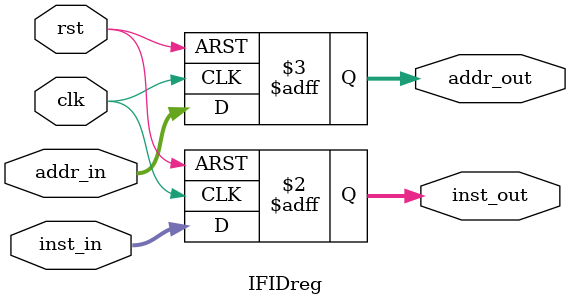
<source format=sv>
`timescale 1ns/1ns

module IFIDreg(input [31:0] inst_in, input [31:0] addr_in , input clk, rst, output reg [31:0] inst_out, output reg [31:0] addr_out);
  always@(posedge clk, posedge rst) begin
    if(rst)
      {inst_out,addr_out} = 64'b0;
    else begin
      inst_out <= inst_in;
      addr_out <= addr_in;  
    end
  end
endmodule


</source>
